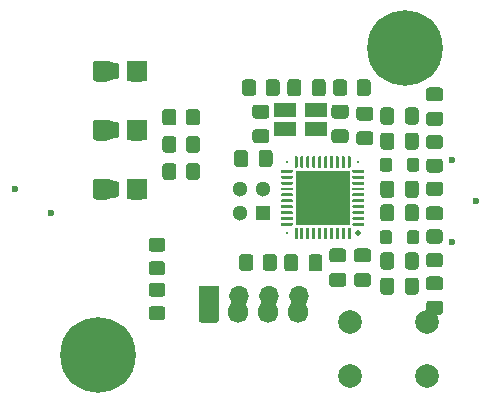
<source format=gbr>
%TF.GenerationSoftware,KiCad,Pcbnew,(5.1.9-0-10_14)*%
%TF.CreationDate,2021-04-20T15:14:01+01:00*%
%TF.ProjectId,PN532,504e3533-322e-46b6-9963-61645f706362,rev?*%
%TF.SameCoordinates,Original*%
%TF.FileFunction,Soldermask,Top*%
%TF.FilePolarity,Negative*%
%FSLAX46Y46*%
G04 Gerber Fmt 4.6, Leading zero omitted, Abs format (unit mm)*
G04 Created by KiCad (PCBNEW (5.1.9-0-10_14)) date 2021-04-20 15:14:01*
%MOMM*%
%LPD*%
G01*
G04 APERTURE LIST*
%ADD10C,0.600000*%
%ADD11C,1.000000*%
%ADD12C,0.500000*%
%ADD13R,0.200000X0.200000*%
%ADD14R,4.600000X4.600000*%
%ADD15O,1.700000X1.700000*%
%ADD16R,1.700000X1.700000*%
%ADD17O,1.700000X1.850000*%
%ADD18C,1.300000*%
%ADD19R,1.300000X1.300000*%
%ADD20C,2.000000*%
%ADD21C,1.800000*%
%ADD22R,1.800000X1.800000*%
%ADD23C,0.800000*%
%ADD24C,6.400000*%
%ADD25R,1.900000X1.150000*%
G04 APERTURE END LIST*
%TO.C,C14*%
G36*
G01*
X129925000Y-85087500D02*
X130875000Y-85087500D01*
G75*
G02*
X131125000Y-85337500I0J-250000D01*
G01*
X131125000Y-86012500D01*
G75*
G02*
X130875000Y-86262500I-250000J0D01*
G01*
X129925000Y-86262500D01*
G75*
G02*
X129675000Y-86012500I0J250000D01*
G01*
X129675000Y-85337500D01*
G75*
G02*
X129925000Y-85087500I250000J0D01*
G01*
G37*
G36*
G01*
X129925000Y-83012500D02*
X130875000Y-83012500D01*
G75*
G02*
X131125000Y-83262500I0J-250000D01*
G01*
X131125000Y-83937500D01*
G75*
G02*
X130875000Y-84187500I-250000J0D01*
G01*
X129925000Y-84187500D01*
G75*
G02*
X129675000Y-83937500I0J250000D01*
G01*
X129675000Y-83262500D01*
G75*
G02*
X129925000Y-83012500I250000J0D01*
G01*
G37*
%TD*%
D10*
%TO.C,A1*%
X101000000Y-78000000D03*
X104000000Y-80000000D03*
X138000000Y-75500000D03*
X138000000Y-82500000D03*
X140000000Y-79000000D03*
%TD*%
%TO.C,C17*%
G36*
G01*
X120712500Y-74925000D02*
X120712500Y-75875000D01*
G75*
G02*
X120462500Y-76125000I-250000J0D01*
G01*
X119787500Y-76125000D01*
G75*
G02*
X119537500Y-75875000I0J250000D01*
G01*
X119537500Y-74925000D01*
G75*
G02*
X119787500Y-74675000I250000J0D01*
G01*
X120462500Y-74675000D01*
G75*
G02*
X120712500Y-74925000I0J-250000D01*
G01*
G37*
G36*
G01*
X122787500Y-74925000D02*
X122787500Y-75875000D01*
G75*
G02*
X122537500Y-76125000I-250000J0D01*
G01*
X121862500Y-76125000D01*
G75*
G02*
X121612500Y-75875000I0J250000D01*
G01*
X121612500Y-74925000D01*
G75*
G02*
X121862500Y-74675000I250000J0D01*
G01*
X122537500Y-74675000D01*
G75*
G02*
X122787500Y-74925000I0J-250000D01*
G01*
G37*
%TD*%
%TO.C,C16*%
G36*
G01*
X122275000Y-72012500D02*
X121325000Y-72012500D01*
G75*
G02*
X121075000Y-71762500I0J250000D01*
G01*
X121075000Y-71087500D01*
G75*
G02*
X121325000Y-70837500I250000J0D01*
G01*
X122275000Y-70837500D01*
G75*
G02*
X122525000Y-71087500I0J-250000D01*
G01*
X122525000Y-71762500D01*
G75*
G02*
X122275000Y-72012500I-250000J0D01*
G01*
G37*
G36*
G01*
X122275000Y-74087500D02*
X121325000Y-74087500D01*
G75*
G02*
X121075000Y-73837500I0J250000D01*
G01*
X121075000Y-73162500D01*
G75*
G02*
X121325000Y-72912500I250000J0D01*
G01*
X122275000Y-72912500D01*
G75*
G02*
X122525000Y-73162500I0J-250000D01*
G01*
X122525000Y-73837500D01*
G75*
G02*
X122275000Y-74087500I-250000J0D01*
G01*
G37*
%TD*%
%TO.C,C15*%
G36*
G01*
X128025000Y-72912500D02*
X128975000Y-72912500D01*
G75*
G02*
X129225000Y-73162500I0J-250000D01*
G01*
X129225000Y-73837500D01*
G75*
G02*
X128975000Y-74087500I-250000J0D01*
G01*
X128025000Y-74087500D01*
G75*
G02*
X127775000Y-73837500I0J250000D01*
G01*
X127775000Y-73162500D01*
G75*
G02*
X128025000Y-72912500I250000J0D01*
G01*
G37*
G36*
G01*
X128025000Y-70837500D02*
X128975000Y-70837500D01*
G75*
G02*
X129225000Y-71087500I0J-250000D01*
G01*
X129225000Y-71762500D01*
G75*
G02*
X128975000Y-72012500I-250000J0D01*
G01*
X128025000Y-72012500D01*
G75*
G02*
X127775000Y-71762500I0J250000D01*
G01*
X127775000Y-71087500D01*
G75*
G02*
X128025000Y-70837500I250000J0D01*
G01*
G37*
%TD*%
%TO.C,C13*%
G36*
G01*
X124937500Y-83750000D02*
X124937500Y-84700000D01*
G75*
G02*
X124687500Y-84950000I-250000J0D01*
G01*
X124012500Y-84950000D01*
G75*
G02*
X123762500Y-84700000I0J250000D01*
G01*
X123762500Y-83750000D01*
G75*
G02*
X124012500Y-83500000I250000J0D01*
G01*
X124687500Y-83500000D01*
G75*
G02*
X124937500Y-83750000I0J-250000D01*
G01*
G37*
G36*
G01*
X127012500Y-83750000D02*
X127012500Y-84700000D01*
G75*
G02*
X126762500Y-84950000I-250000J0D01*
G01*
X126087500Y-84950000D01*
G75*
G02*
X125837500Y-84700000I0J250000D01*
G01*
X125837500Y-83750000D01*
G75*
G02*
X126087500Y-83500000I250000J0D01*
G01*
X126762500Y-83500000D01*
G75*
G02*
X127012500Y-83750000I0J-250000D01*
G01*
G37*
%TD*%
%TO.C,C12*%
G36*
G01*
X127825000Y-85087500D02*
X128775000Y-85087500D01*
G75*
G02*
X129025000Y-85337500I0J-250000D01*
G01*
X129025000Y-86012500D01*
G75*
G02*
X128775000Y-86262500I-250000J0D01*
G01*
X127825000Y-86262500D01*
G75*
G02*
X127575000Y-86012500I0J250000D01*
G01*
X127575000Y-85337500D01*
G75*
G02*
X127825000Y-85087500I250000J0D01*
G01*
G37*
G36*
G01*
X127825000Y-83012500D02*
X128775000Y-83012500D01*
G75*
G02*
X129025000Y-83262500I0J-250000D01*
G01*
X129025000Y-83937500D01*
G75*
G02*
X128775000Y-84187500I-250000J0D01*
G01*
X127825000Y-84187500D01*
G75*
G02*
X127575000Y-83937500I0J250000D01*
G01*
X127575000Y-83262500D01*
G75*
G02*
X127825000Y-83012500I250000J0D01*
G01*
G37*
%TD*%
%TO.C,C11*%
G36*
G01*
X136025000Y-79450000D02*
X136975000Y-79450000D01*
G75*
G02*
X137225000Y-79700000I0J-250000D01*
G01*
X137225000Y-80375000D01*
G75*
G02*
X136975000Y-80625000I-250000J0D01*
G01*
X136025000Y-80625000D01*
G75*
G02*
X135775000Y-80375000I0J250000D01*
G01*
X135775000Y-79700000D01*
G75*
G02*
X136025000Y-79450000I250000J0D01*
G01*
G37*
G36*
G01*
X136025000Y-77375000D02*
X136975000Y-77375000D01*
G75*
G02*
X137225000Y-77625000I0J-250000D01*
G01*
X137225000Y-78300000D01*
G75*
G02*
X136975000Y-78550000I-250000J0D01*
G01*
X136025000Y-78550000D01*
G75*
G02*
X135775000Y-78300000I0J250000D01*
G01*
X135775000Y-77625000D01*
G75*
G02*
X136025000Y-77375000I250000J0D01*
G01*
G37*
%TD*%
%TO.C,C10*%
G36*
G01*
X131075000Y-72187500D02*
X130125000Y-72187500D01*
G75*
G02*
X129875000Y-71937500I0J250000D01*
G01*
X129875000Y-71262500D01*
G75*
G02*
X130125000Y-71012500I250000J0D01*
G01*
X131075000Y-71012500D01*
G75*
G02*
X131325000Y-71262500I0J-250000D01*
G01*
X131325000Y-71937500D01*
G75*
G02*
X131075000Y-72187500I-250000J0D01*
G01*
G37*
G36*
G01*
X131075000Y-74262500D02*
X130125000Y-74262500D01*
G75*
G02*
X129875000Y-74012500I0J250000D01*
G01*
X129875000Y-73337500D01*
G75*
G02*
X130125000Y-73087500I250000J0D01*
G01*
X131075000Y-73087500D01*
G75*
G02*
X131325000Y-73337500I0J-250000D01*
G01*
X131325000Y-74012500D01*
G75*
G02*
X131075000Y-74262500I-250000J0D01*
G01*
G37*
%TD*%
%TO.C,C9*%
G36*
G01*
X133987500Y-78475000D02*
X133987500Y-77525000D01*
G75*
G02*
X134237500Y-77275000I250000J0D01*
G01*
X134912500Y-77275000D01*
G75*
G02*
X135162500Y-77525000I0J-250000D01*
G01*
X135162500Y-78475000D01*
G75*
G02*
X134912500Y-78725000I-250000J0D01*
G01*
X134237500Y-78725000D01*
G75*
G02*
X133987500Y-78475000I0J250000D01*
G01*
G37*
G36*
G01*
X131912500Y-78475000D02*
X131912500Y-77525000D01*
G75*
G02*
X132162500Y-77275000I250000J0D01*
G01*
X132837500Y-77275000D01*
G75*
G02*
X133087500Y-77525000I0J-250000D01*
G01*
X133087500Y-78475000D01*
G75*
G02*
X132837500Y-78725000I-250000J0D01*
G01*
X132162500Y-78725000D01*
G75*
G02*
X131912500Y-78475000I0J250000D01*
G01*
G37*
%TD*%
%TO.C,C8*%
G36*
G01*
X126112500Y-69875000D02*
X126112500Y-68925000D01*
G75*
G02*
X126362500Y-68675000I250000J0D01*
G01*
X127037500Y-68675000D01*
G75*
G02*
X127287500Y-68925000I0J-250000D01*
G01*
X127287500Y-69875000D01*
G75*
G02*
X127037500Y-70125000I-250000J0D01*
G01*
X126362500Y-70125000D01*
G75*
G02*
X126112500Y-69875000I0J250000D01*
G01*
G37*
G36*
G01*
X124037500Y-69875000D02*
X124037500Y-68925000D01*
G75*
G02*
X124287500Y-68675000I250000J0D01*
G01*
X124962500Y-68675000D01*
G75*
G02*
X125212500Y-68925000I0J-250000D01*
G01*
X125212500Y-69875000D01*
G75*
G02*
X124962500Y-70125000I-250000J0D01*
G01*
X124287500Y-70125000D01*
G75*
G02*
X124037500Y-69875000I0J250000D01*
G01*
G37*
%TD*%
%TO.C,C7*%
G36*
G01*
X133987500Y-80475000D02*
X133987500Y-79525000D01*
G75*
G02*
X134237500Y-79275000I250000J0D01*
G01*
X134912500Y-79275000D01*
G75*
G02*
X135162500Y-79525000I0J-250000D01*
G01*
X135162500Y-80475000D01*
G75*
G02*
X134912500Y-80725000I-250000J0D01*
G01*
X134237500Y-80725000D01*
G75*
G02*
X133987500Y-80475000I0J250000D01*
G01*
G37*
G36*
G01*
X131912500Y-80475000D02*
X131912500Y-79525000D01*
G75*
G02*
X132162500Y-79275000I250000J0D01*
G01*
X132837500Y-79275000D01*
G75*
G02*
X133087500Y-79525000I0J-250000D01*
G01*
X133087500Y-80475000D01*
G75*
G02*
X132837500Y-80725000I-250000J0D01*
G01*
X132162500Y-80725000D01*
G75*
G02*
X131912500Y-80475000I0J250000D01*
G01*
G37*
%TD*%
%TO.C,C6*%
G36*
G01*
X133087500Y-71325000D02*
X133087500Y-72275000D01*
G75*
G02*
X132837500Y-72525000I-250000J0D01*
G01*
X132162500Y-72525000D01*
G75*
G02*
X131912500Y-72275000I0J250000D01*
G01*
X131912500Y-71325000D01*
G75*
G02*
X132162500Y-71075000I250000J0D01*
G01*
X132837500Y-71075000D01*
G75*
G02*
X133087500Y-71325000I0J-250000D01*
G01*
G37*
G36*
G01*
X135162500Y-71325000D02*
X135162500Y-72275000D01*
G75*
G02*
X134912500Y-72525000I-250000J0D01*
G01*
X134237500Y-72525000D01*
G75*
G02*
X133987500Y-72275000I0J250000D01*
G01*
X133987500Y-71325000D01*
G75*
G02*
X134237500Y-71075000I250000J0D01*
G01*
X134912500Y-71075000D01*
G75*
G02*
X135162500Y-71325000I0J-250000D01*
G01*
G37*
%TD*%
%TO.C,C5*%
G36*
G01*
X133087500Y-85725000D02*
X133087500Y-86675000D01*
G75*
G02*
X132837500Y-86925000I-250000J0D01*
G01*
X132162500Y-86925000D01*
G75*
G02*
X131912500Y-86675000I0J250000D01*
G01*
X131912500Y-85725000D01*
G75*
G02*
X132162500Y-85475000I250000J0D01*
G01*
X132837500Y-85475000D01*
G75*
G02*
X133087500Y-85725000I0J-250000D01*
G01*
G37*
G36*
G01*
X135162500Y-85725000D02*
X135162500Y-86675000D01*
G75*
G02*
X134912500Y-86925000I-250000J0D01*
G01*
X134237500Y-86925000D01*
G75*
G02*
X133987500Y-86675000I0J250000D01*
G01*
X133987500Y-85725000D01*
G75*
G02*
X134237500Y-85475000I250000J0D01*
G01*
X134912500Y-85475000D01*
G75*
G02*
X135162500Y-85725000I0J-250000D01*
G01*
G37*
%TD*%
%TO.C,C4*%
G36*
G01*
X133087500Y-73456428D02*
X133087500Y-74406428D01*
G75*
G02*
X132837500Y-74656428I-250000J0D01*
G01*
X132162500Y-74656428D01*
G75*
G02*
X131912500Y-74406428I0J250000D01*
G01*
X131912500Y-73456428D01*
G75*
G02*
X132162500Y-73206428I250000J0D01*
G01*
X132837500Y-73206428D01*
G75*
G02*
X133087500Y-73456428I0J-250000D01*
G01*
G37*
G36*
G01*
X135162500Y-73456428D02*
X135162500Y-74406428D01*
G75*
G02*
X134912500Y-74656428I-250000J0D01*
G01*
X134237500Y-74656428D01*
G75*
G02*
X133987500Y-74406428I0J250000D01*
G01*
X133987500Y-73456428D01*
G75*
G02*
X134237500Y-73206428I250000J0D01*
G01*
X134912500Y-73206428D01*
G75*
G02*
X135162500Y-73456428I0J-250000D01*
G01*
G37*
%TD*%
%TO.C,C3*%
G36*
G01*
X133987500Y-84543568D02*
X133987500Y-83593568D01*
G75*
G02*
X134237500Y-83343568I250000J0D01*
G01*
X134912500Y-83343568D01*
G75*
G02*
X135162500Y-83593568I0J-250000D01*
G01*
X135162500Y-84543568D01*
G75*
G02*
X134912500Y-84793568I-250000J0D01*
G01*
X134237500Y-84793568D01*
G75*
G02*
X133987500Y-84543568I0J250000D01*
G01*
G37*
G36*
G01*
X131912500Y-84543568D02*
X131912500Y-83593568D01*
G75*
G02*
X132162500Y-83343568I250000J0D01*
G01*
X132837500Y-83343568D01*
G75*
G02*
X133087500Y-83593568I0J-250000D01*
G01*
X133087500Y-84543568D01*
G75*
G02*
X132837500Y-84793568I-250000J0D01*
G01*
X132162500Y-84793568D01*
G75*
G02*
X131912500Y-84543568I0J250000D01*
G01*
G37*
%TD*%
%TO.C,L2*%
G36*
G01*
X132912500Y-75582855D02*
X132912500Y-76282857D01*
G75*
G02*
X132662501Y-76532856I-249999J0D01*
G01*
X132112499Y-76532856D01*
G75*
G02*
X131862500Y-76282857I0J249999D01*
G01*
X131862500Y-75582855D01*
G75*
G02*
X132112499Y-75332856I249999J0D01*
G01*
X132662501Y-75332856D01*
G75*
G02*
X132912500Y-75582855I0J-249999D01*
G01*
G37*
G36*
G01*
X135212500Y-75582855D02*
X135212500Y-76282857D01*
G75*
G02*
X134962501Y-76532856I-249999J0D01*
G01*
X134412499Y-76532856D01*
G75*
G02*
X134162500Y-76282857I0J249999D01*
G01*
X134162500Y-75582855D01*
G75*
G02*
X134412499Y-75332856I249999J0D01*
G01*
X134962501Y-75332856D01*
G75*
G02*
X135212500Y-75582855I0J-249999D01*
G01*
G37*
%TD*%
%TO.C,L1*%
G36*
G01*
X134162500Y-82417141D02*
X134162500Y-81717139D01*
G75*
G02*
X134412499Y-81467140I249999J0D01*
G01*
X134962501Y-81467140D01*
G75*
G02*
X135212500Y-81717139I0J-249999D01*
G01*
X135212500Y-82417141D01*
G75*
G02*
X134962501Y-82667140I-249999J0D01*
G01*
X134412499Y-82667140D01*
G75*
G02*
X134162500Y-82417141I0J249999D01*
G01*
G37*
G36*
G01*
X131862500Y-82417141D02*
X131862500Y-81717139D01*
G75*
G02*
X132112499Y-81467140I249999J0D01*
G01*
X132662501Y-81467140D01*
G75*
G02*
X132912500Y-81717139I0J-249999D01*
G01*
X132912500Y-82417141D01*
G75*
G02*
X132662501Y-82667140I-249999J0D01*
G01*
X132112499Y-82667140D01*
G75*
G02*
X131862500Y-82417141I0J249999D01*
G01*
G37*
%TD*%
%TO.C,C2*%
G36*
G01*
X136025000Y-71450000D02*
X136975000Y-71450000D01*
G75*
G02*
X137225000Y-71700000I0J-250000D01*
G01*
X137225000Y-72375000D01*
G75*
G02*
X136975000Y-72625000I-250000J0D01*
G01*
X136025000Y-72625000D01*
G75*
G02*
X135775000Y-72375000I0J250000D01*
G01*
X135775000Y-71700000D01*
G75*
G02*
X136025000Y-71450000I250000J0D01*
G01*
G37*
G36*
G01*
X136025000Y-69375000D02*
X136975000Y-69375000D01*
G75*
G02*
X137225000Y-69625000I0J-250000D01*
G01*
X137225000Y-70300000D01*
G75*
G02*
X136975000Y-70550000I-250000J0D01*
G01*
X136025000Y-70550000D01*
G75*
G02*
X135775000Y-70300000I0J250000D01*
G01*
X135775000Y-69625000D01*
G75*
G02*
X136025000Y-69375000I250000J0D01*
G01*
G37*
%TD*%
%TO.C,C1*%
G36*
G01*
X136025000Y-87450000D02*
X136975000Y-87450000D01*
G75*
G02*
X137225000Y-87700000I0J-250000D01*
G01*
X137225000Y-88375000D01*
G75*
G02*
X136975000Y-88625000I-250000J0D01*
G01*
X136025000Y-88625000D01*
G75*
G02*
X135775000Y-88375000I0J250000D01*
G01*
X135775000Y-87700000D01*
G75*
G02*
X136025000Y-87450000I250000J0D01*
G01*
G37*
G36*
G01*
X136025000Y-85375000D02*
X136975000Y-85375000D01*
G75*
G02*
X137225000Y-85625000I0J-250000D01*
G01*
X137225000Y-86300000D01*
G75*
G02*
X136975000Y-86550000I-250000J0D01*
G01*
X136025000Y-86550000D01*
G75*
G02*
X135775000Y-86300000I0J250000D01*
G01*
X135775000Y-85625000D01*
G75*
G02*
X136025000Y-85375000I250000J0D01*
G01*
G37*
%TD*%
%TO.C,R10*%
G36*
G01*
X121150000Y-83749999D02*
X121150000Y-84650001D01*
G75*
G02*
X120900001Y-84900000I-249999J0D01*
G01*
X120199999Y-84900000D01*
G75*
G02*
X119950000Y-84650001I0J249999D01*
G01*
X119950000Y-83749999D01*
G75*
G02*
X120199999Y-83500000I249999J0D01*
G01*
X120900001Y-83500000D01*
G75*
G02*
X121150000Y-83749999I0J-249999D01*
G01*
G37*
G36*
G01*
X123150000Y-83749999D02*
X123150000Y-84650001D01*
G75*
G02*
X122900001Y-84900000I-249999J0D01*
G01*
X122199999Y-84900000D01*
G75*
G02*
X121950000Y-84650001I0J249999D01*
G01*
X121950000Y-83749999D01*
G75*
G02*
X122199999Y-83500000I249999J0D01*
G01*
X122900001Y-83500000D01*
G75*
G02*
X123150000Y-83749999I0J-249999D01*
G01*
G37*
%TD*%
%TO.C,R9*%
G36*
G01*
X114650000Y-76049999D02*
X114650000Y-76950001D01*
G75*
G02*
X114400001Y-77200000I-249999J0D01*
G01*
X113699999Y-77200000D01*
G75*
G02*
X113450000Y-76950001I0J249999D01*
G01*
X113450000Y-76049999D01*
G75*
G02*
X113699999Y-75800000I249999J0D01*
G01*
X114400001Y-75800000D01*
G75*
G02*
X114650000Y-76049999I0J-249999D01*
G01*
G37*
G36*
G01*
X116650000Y-76049999D02*
X116650000Y-76950001D01*
G75*
G02*
X116400001Y-77200000I-249999J0D01*
G01*
X115699999Y-77200000D01*
G75*
G02*
X115450000Y-76950001I0J249999D01*
G01*
X115450000Y-76049999D01*
G75*
G02*
X115699999Y-75800000I249999J0D01*
G01*
X116400001Y-75800000D01*
G75*
G02*
X116650000Y-76049999I0J-249999D01*
G01*
G37*
%TD*%
%TO.C,R8*%
G36*
G01*
X114650000Y-73749999D02*
X114650000Y-74650001D01*
G75*
G02*
X114400001Y-74900000I-249999J0D01*
G01*
X113699999Y-74900000D01*
G75*
G02*
X113450000Y-74650001I0J249999D01*
G01*
X113450000Y-73749999D01*
G75*
G02*
X113699999Y-73500000I249999J0D01*
G01*
X114400001Y-73500000D01*
G75*
G02*
X114650000Y-73749999I0J-249999D01*
G01*
G37*
G36*
G01*
X116650000Y-73749999D02*
X116650000Y-74650001D01*
G75*
G02*
X116400001Y-74900000I-249999J0D01*
G01*
X115699999Y-74900000D01*
G75*
G02*
X115450000Y-74650001I0J249999D01*
G01*
X115450000Y-73749999D01*
G75*
G02*
X115699999Y-73500000I249999J0D01*
G01*
X116400001Y-73500000D01*
G75*
G02*
X116650000Y-73749999I0J-249999D01*
G01*
G37*
%TD*%
%TO.C,R7*%
G36*
G01*
X114650000Y-71449999D02*
X114650000Y-72350001D01*
G75*
G02*
X114400001Y-72600000I-249999J0D01*
G01*
X113699999Y-72600000D01*
G75*
G02*
X113450000Y-72350001I0J249999D01*
G01*
X113450000Y-71449999D01*
G75*
G02*
X113699999Y-71200000I249999J0D01*
G01*
X114400001Y-71200000D01*
G75*
G02*
X114650000Y-71449999I0J-249999D01*
G01*
G37*
G36*
G01*
X116650000Y-71449999D02*
X116650000Y-72350001D01*
G75*
G02*
X116400001Y-72600000I-249999J0D01*
G01*
X115699999Y-72600000D01*
G75*
G02*
X115450000Y-72350001I0J249999D01*
G01*
X115450000Y-71449999D01*
G75*
G02*
X115699999Y-71200000I249999J0D01*
G01*
X116400001Y-71200000D01*
G75*
G02*
X116650000Y-71449999I0J-249999D01*
G01*
G37*
%TD*%
%TO.C,R6*%
G36*
G01*
X112549999Y-84100000D02*
X113450001Y-84100000D01*
G75*
G02*
X113700000Y-84349999I0J-249999D01*
G01*
X113700000Y-85050001D01*
G75*
G02*
X113450001Y-85300000I-249999J0D01*
G01*
X112549999Y-85300000D01*
G75*
G02*
X112300000Y-85050001I0J249999D01*
G01*
X112300000Y-84349999D01*
G75*
G02*
X112549999Y-84100000I249999J0D01*
G01*
G37*
G36*
G01*
X112549999Y-82100000D02*
X113450001Y-82100000D01*
G75*
G02*
X113700000Y-82349999I0J-249999D01*
G01*
X113700000Y-83050001D01*
G75*
G02*
X113450001Y-83300000I-249999J0D01*
G01*
X112549999Y-83300000D01*
G75*
G02*
X112300000Y-83050001I0J249999D01*
G01*
X112300000Y-82349999D01*
G75*
G02*
X112549999Y-82100000I249999J0D01*
G01*
G37*
%TD*%
%TO.C,R5*%
G36*
G01*
X112549999Y-87900000D02*
X113450001Y-87900000D01*
G75*
G02*
X113700000Y-88149999I0J-249999D01*
G01*
X113700000Y-88850001D01*
G75*
G02*
X113450001Y-89100000I-249999J0D01*
G01*
X112549999Y-89100000D01*
G75*
G02*
X112300000Y-88850001I0J249999D01*
G01*
X112300000Y-88149999D01*
G75*
G02*
X112549999Y-87900000I249999J0D01*
G01*
G37*
G36*
G01*
X112549999Y-85900000D02*
X113450001Y-85900000D01*
G75*
G02*
X113700000Y-86149999I0J-249999D01*
G01*
X113700000Y-86850001D01*
G75*
G02*
X113450001Y-87100000I-249999J0D01*
G01*
X112549999Y-87100000D01*
G75*
G02*
X112300000Y-86850001I0J249999D01*
G01*
X112300000Y-86149999D01*
G75*
G02*
X112549999Y-85900000I249999J0D01*
G01*
G37*
%TD*%
%TO.C,R4*%
G36*
G01*
X121400000Y-68949999D02*
X121400000Y-69850001D01*
G75*
G02*
X121150001Y-70100000I-249999J0D01*
G01*
X120449999Y-70100000D01*
G75*
G02*
X120200000Y-69850001I0J249999D01*
G01*
X120200000Y-68949999D01*
G75*
G02*
X120449999Y-68700000I249999J0D01*
G01*
X121150001Y-68700000D01*
G75*
G02*
X121400000Y-68949999I0J-249999D01*
G01*
G37*
G36*
G01*
X123400000Y-68949999D02*
X123400000Y-69850001D01*
G75*
G02*
X123150001Y-70100000I-249999J0D01*
G01*
X122449999Y-70100000D01*
G75*
G02*
X122200000Y-69850001I0J249999D01*
G01*
X122200000Y-68949999D01*
G75*
G02*
X122449999Y-68700000I249999J0D01*
G01*
X123150001Y-68700000D01*
G75*
G02*
X123400000Y-68949999I0J-249999D01*
G01*
G37*
%TD*%
%TO.C,R3*%
G36*
G01*
X129900000Y-69850001D02*
X129900000Y-68949999D01*
G75*
G02*
X130149999Y-68700000I249999J0D01*
G01*
X130850001Y-68700000D01*
G75*
G02*
X131100000Y-68949999I0J-249999D01*
G01*
X131100000Y-69850001D01*
G75*
G02*
X130850001Y-70100000I-249999J0D01*
G01*
X130149999Y-70100000D01*
G75*
G02*
X129900000Y-69850001I0J249999D01*
G01*
G37*
G36*
G01*
X127900000Y-69850001D02*
X127900000Y-68949999D01*
G75*
G02*
X128149999Y-68700000I249999J0D01*
G01*
X128850001Y-68700000D01*
G75*
G02*
X129100000Y-68949999I0J-249999D01*
G01*
X129100000Y-69850001D01*
G75*
G02*
X128850001Y-70100000I-249999J0D01*
G01*
X128149999Y-70100000D01*
G75*
G02*
X127900000Y-69850001I0J249999D01*
G01*
G37*
%TD*%
%TO.C,R2*%
G36*
G01*
X136049999Y-75400000D02*
X136950001Y-75400000D01*
G75*
G02*
X137200000Y-75649999I0J-249999D01*
G01*
X137200000Y-76350001D01*
G75*
G02*
X136950001Y-76600000I-249999J0D01*
G01*
X136049999Y-76600000D01*
G75*
G02*
X135800000Y-76350001I0J249999D01*
G01*
X135800000Y-75649999D01*
G75*
G02*
X136049999Y-75400000I249999J0D01*
G01*
G37*
G36*
G01*
X136049999Y-73400000D02*
X136950001Y-73400000D01*
G75*
G02*
X137200000Y-73649999I0J-249999D01*
G01*
X137200000Y-74350001D01*
G75*
G02*
X136950001Y-74600000I-249999J0D01*
G01*
X136049999Y-74600000D01*
G75*
G02*
X135800000Y-74350001I0J249999D01*
G01*
X135800000Y-73649999D01*
G75*
G02*
X136049999Y-73400000I249999J0D01*
G01*
G37*
%TD*%
%TO.C,R1*%
G36*
G01*
X136950001Y-82600000D02*
X136049999Y-82600000D01*
G75*
G02*
X135800000Y-82350001I0J249999D01*
G01*
X135800000Y-81649999D01*
G75*
G02*
X136049999Y-81400000I249999J0D01*
G01*
X136950001Y-81400000D01*
G75*
G02*
X137200000Y-81649999I0J-249999D01*
G01*
X137200000Y-82350001D01*
G75*
G02*
X136950001Y-82600000I-249999J0D01*
G01*
G37*
G36*
G01*
X136950001Y-84600000D02*
X136049999Y-84600000D01*
G75*
G02*
X135800000Y-84350001I0J249999D01*
G01*
X135800000Y-83649999D01*
G75*
G02*
X136049999Y-83400000I249999J0D01*
G01*
X136950001Y-83400000D01*
G75*
G02*
X137200000Y-83649999I0J-249999D01*
G01*
X137200000Y-84350001D01*
G75*
G02*
X136950001Y-84600000I-249999J0D01*
G01*
G37*
%TD*%
D11*
%TO.C,U1*%
X127025000Y-78725000D03*
X128525000Y-77225000D03*
X125525000Y-77225000D03*
X125525000Y-80225000D03*
X128525000Y-80225000D03*
D12*
X130025000Y-81725000D03*
D13*
X130025000Y-81725000D03*
X124025000Y-81725000D03*
X124025000Y-75725000D03*
X130025000Y-75725000D03*
D14*
X127025000Y-78725000D03*
G36*
G01*
X129400000Y-81312500D02*
X129400000Y-82187500D01*
G75*
G02*
X129337500Y-82250000I-62500J0D01*
G01*
X129212500Y-82250000D01*
G75*
G02*
X129150000Y-82187500I0J62500D01*
G01*
X129150000Y-81312500D01*
G75*
G02*
X129212500Y-81250000I62500J0D01*
G01*
X129337500Y-81250000D01*
G75*
G02*
X129400000Y-81312500I0J-62500D01*
G01*
G37*
G36*
G01*
X128900000Y-81312500D02*
X128900000Y-82187500D01*
G75*
G02*
X128837500Y-82250000I-62500J0D01*
G01*
X128712500Y-82250000D01*
G75*
G02*
X128650000Y-82187500I0J62500D01*
G01*
X128650000Y-81312500D01*
G75*
G02*
X128712500Y-81250000I62500J0D01*
G01*
X128837500Y-81250000D01*
G75*
G02*
X128900000Y-81312500I0J-62500D01*
G01*
G37*
G36*
G01*
X128400000Y-81312500D02*
X128400000Y-82187500D01*
G75*
G02*
X128337500Y-82250000I-62500J0D01*
G01*
X128212500Y-82250000D01*
G75*
G02*
X128150000Y-82187500I0J62500D01*
G01*
X128150000Y-81312500D01*
G75*
G02*
X128212500Y-81250000I62500J0D01*
G01*
X128337500Y-81250000D01*
G75*
G02*
X128400000Y-81312500I0J-62500D01*
G01*
G37*
G36*
G01*
X127900000Y-81312500D02*
X127900000Y-82187500D01*
G75*
G02*
X127837500Y-82250000I-62500J0D01*
G01*
X127712500Y-82250000D01*
G75*
G02*
X127650000Y-82187500I0J62500D01*
G01*
X127650000Y-81312500D01*
G75*
G02*
X127712500Y-81250000I62500J0D01*
G01*
X127837500Y-81250000D01*
G75*
G02*
X127900000Y-81312500I0J-62500D01*
G01*
G37*
G36*
G01*
X127400000Y-81312500D02*
X127400000Y-82187500D01*
G75*
G02*
X127337500Y-82250000I-62500J0D01*
G01*
X127212500Y-82250000D01*
G75*
G02*
X127150000Y-82187500I0J62500D01*
G01*
X127150000Y-81312500D01*
G75*
G02*
X127212500Y-81250000I62500J0D01*
G01*
X127337500Y-81250000D01*
G75*
G02*
X127400000Y-81312500I0J-62500D01*
G01*
G37*
G36*
G01*
X126900000Y-81312500D02*
X126900000Y-82187500D01*
G75*
G02*
X126837500Y-82250000I-62500J0D01*
G01*
X126712500Y-82250000D01*
G75*
G02*
X126650000Y-82187500I0J62500D01*
G01*
X126650000Y-81312500D01*
G75*
G02*
X126712500Y-81250000I62500J0D01*
G01*
X126837500Y-81250000D01*
G75*
G02*
X126900000Y-81312500I0J-62500D01*
G01*
G37*
G36*
G01*
X126400000Y-81312500D02*
X126400000Y-82187500D01*
G75*
G02*
X126337500Y-82250000I-62500J0D01*
G01*
X126212500Y-82250000D01*
G75*
G02*
X126150000Y-82187500I0J62500D01*
G01*
X126150000Y-81312500D01*
G75*
G02*
X126212500Y-81250000I62500J0D01*
G01*
X126337500Y-81250000D01*
G75*
G02*
X126400000Y-81312500I0J-62500D01*
G01*
G37*
G36*
G01*
X125900000Y-81312500D02*
X125900000Y-82187500D01*
G75*
G02*
X125837500Y-82250000I-62500J0D01*
G01*
X125712500Y-82250000D01*
G75*
G02*
X125650000Y-82187500I0J62500D01*
G01*
X125650000Y-81312500D01*
G75*
G02*
X125712500Y-81250000I62500J0D01*
G01*
X125837500Y-81250000D01*
G75*
G02*
X125900000Y-81312500I0J-62500D01*
G01*
G37*
G36*
G01*
X125400000Y-81312500D02*
X125400000Y-82187500D01*
G75*
G02*
X125337500Y-82250000I-62500J0D01*
G01*
X125212500Y-82250000D01*
G75*
G02*
X125150000Y-82187500I0J62500D01*
G01*
X125150000Y-81312500D01*
G75*
G02*
X125212500Y-81250000I62500J0D01*
G01*
X125337500Y-81250000D01*
G75*
G02*
X125400000Y-81312500I0J-62500D01*
G01*
G37*
G36*
G01*
X124900000Y-81312500D02*
X124900000Y-82187500D01*
G75*
G02*
X124837500Y-82250000I-62500J0D01*
G01*
X124712500Y-82250000D01*
G75*
G02*
X124650000Y-82187500I0J62500D01*
G01*
X124650000Y-81312500D01*
G75*
G02*
X124712500Y-81250000I62500J0D01*
G01*
X124837500Y-81250000D01*
G75*
G02*
X124900000Y-81312500I0J-62500D01*
G01*
G37*
G36*
G01*
X124500000Y-80912500D02*
X124500000Y-81037500D01*
G75*
G02*
X124437500Y-81100000I-62500J0D01*
G01*
X123562500Y-81100000D01*
G75*
G02*
X123500000Y-81037500I0J62500D01*
G01*
X123500000Y-80912500D01*
G75*
G02*
X123562500Y-80850000I62500J0D01*
G01*
X124437500Y-80850000D01*
G75*
G02*
X124500000Y-80912500I0J-62500D01*
G01*
G37*
G36*
G01*
X124500000Y-80412500D02*
X124500000Y-80537500D01*
G75*
G02*
X124437500Y-80600000I-62500J0D01*
G01*
X123562500Y-80600000D01*
G75*
G02*
X123500000Y-80537500I0J62500D01*
G01*
X123500000Y-80412500D01*
G75*
G02*
X123562500Y-80350000I62500J0D01*
G01*
X124437500Y-80350000D01*
G75*
G02*
X124500000Y-80412500I0J-62500D01*
G01*
G37*
G36*
G01*
X124500000Y-79912500D02*
X124500000Y-80037500D01*
G75*
G02*
X124437500Y-80100000I-62500J0D01*
G01*
X123562500Y-80100000D01*
G75*
G02*
X123500000Y-80037500I0J62500D01*
G01*
X123500000Y-79912500D01*
G75*
G02*
X123562500Y-79850000I62500J0D01*
G01*
X124437500Y-79850000D01*
G75*
G02*
X124500000Y-79912500I0J-62500D01*
G01*
G37*
G36*
G01*
X124500000Y-79412500D02*
X124500000Y-79537500D01*
G75*
G02*
X124437500Y-79600000I-62500J0D01*
G01*
X123562500Y-79600000D01*
G75*
G02*
X123500000Y-79537500I0J62500D01*
G01*
X123500000Y-79412500D01*
G75*
G02*
X123562500Y-79350000I62500J0D01*
G01*
X124437500Y-79350000D01*
G75*
G02*
X124500000Y-79412500I0J-62500D01*
G01*
G37*
G36*
G01*
X124500000Y-78912500D02*
X124500000Y-79037500D01*
G75*
G02*
X124437500Y-79100000I-62500J0D01*
G01*
X123562500Y-79100000D01*
G75*
G02*
X123500000Y-79037500I0J62500D01*
G01*
X123500000Y-78912500D01*
G75*
G02*
X123562500Y-78850000I62500J0D01*
G01*
X124437500Y-78850000D01*
G75*
G02*
X124500000Y-78912500I0J-62500D01*
G01*
G37*
G36*
G01*
X124500000Y-78412500D02*
X124500000Y-78537500D01*
G75*
G02*
X124437500Y-78600000I-62500J0D01*
G01*
X123562500Y-78600000D01*
G75*
G02*
X123500000Y-78537500I0J62500D01*
G01*
X123500000Y-78412500D01*
G75*
G02*
X123562500Y-78350000I62500J0D01*
G01*
X124437500Y-78350000D01*
G75*
G02*
X124500000Y-78412500I0J-62500D01*
G01*
G37*
G36*
G01*
X124500000Y-77912500D02*
X124500000Y-78037500D01*
G75*
G02*
X124437500Y-78100000I-62500J0D01*
G01*
X123562500Y-78100000D01*
G75*
G02*
X123500000Y-78037500I0J62500D01*
G01*
X123500000Y-77912500D01*
G75*
G02*
X123562500Y-77850000I62500J0D01*
G01*
X124437500Y-77850000D01*
G75*
G02*
X124500000Y-77912500I0J-62500D01*
G01*
G37*
G36*
G01*
X124500000Y-77412500D02*
X124500000Y-77537500D01*
G75*
G02*
X124437500Y-77600000I-62500J0D01*
G01*
X123562500Y-77600000D01*
G75*
G02*
X123500000Y-77537500I0J62500D01*
G01*
X123500000Y-77412500D01*
G75*
G02*
X123562500Y-77350000I62500J0D01*
G01*
X124437500Y-77350000D01*
G75*
G02*
X124500000Y-77412500I0J-62500D01*
G01*
G37*
G36*
G01*
X124500000Y-76912500D02*
X124500000Y-77037500D01*
G75*
G02*
X124437500Y-77100000I-62500J0D01*
G01*
X123562500Y-77100000D01*
G75*
G02*
X123500000Y-77037500I0J62500D01*
G01*
X123500000Y-76912500D01*
G75*
G02*
X123562500Y-76850000I62500J0D01*
G01*
X124437500Y-76850000D01*
G75*
G02*
X124500000Y-76912500I0J-62500D01*
G01*
G37*
G36*
G01*
X124500000Y-76412500D02*
X124500000Y-76537500D01*
G75*
G02*
X124437500Y-76600000I-62500J0D01*
G01*
X123562500Y-76600000D01*
G75*
G02*
X123500000Y-76537500I0J62500D01*
G01*
X123500000Y-76412500D01*
G75*
G02*
X123562500Y-76350000I62500J0D01*
G01*
X124437500Y-76350000D01*
G75*
G02*
X124500000Y-76412500I0J-62500D01*
G01*
G37*
G36*
G01*
X124900000Y-75262500D02*
X124900000Y-76137500D01*
G75*
G02*
X124837500Y-76200000I-62500J0D01*
G01*
X124712500Y-76200000D01*
G75*
G02*
X124650000Y-76137500I0J62500D01*
G01*
X124650000Y-75262500D01*
G75*
G02*
X124712500Y-75200000I62500J0D01*
G01*
X124837500Y-75200000D01*
G75*
G02*
X124900000Y-75262500I0J-62500D01*
G01*
G37*
G36*
G01*
X125400000Y-75262500D02*
X125400000Y-76137500D01*
G75*
G02*
X125337500Y-76200000I-62500J0D01*
G01*
X125212500Y-76200000D01*
G75*
G02*
X125150000Y-76137500I0J62500D01*
G01*
X125150000Y-75262500D01*
G75*
G02*
X125212500Y-75200000I62500J0D01*
G01*
X125337500Y-75200000D01*
G75*
G02*
X125400000Y-75262500I0J-62500D01*
G01*
G37*
G36*
G01*
X125900000Y-75262500D02*
X125900000Y-76137500D01*
G75*
G02*
X125837500Y-76200000I-62500J0D01*
G01*
X125712500Y-76200000D01*
G75*
G02*
X125650000Y-76137500I0J62500D01*
G01*
X125650000Y-75262500D01*
G75*
G02*
X125712500Y-75200000I62500J0D01*
G01*
X125837500Y-75200000D01*
G75*
G02*
X125900000Y-75262500I0J-62500D01*
G01*
G37*
G36*
G01*
X126400000Y-75262500D02*
X126400000Y-76137500D01*
G75*
G02*
X126337500Y-76200000I-62500J0D01*
G01*
X126212500Y-76200000D01*
G75*
G02*
X126150000Y-76137500I0J62500D01*
G01*
X126150000Y-75262500D01*
G75*
G02*
X126212500Y-75200000I62500J0D01*
G01*
X126337500Y-75200000D01*
G75*
G02*
X126400000Y-75262500I0J-62500D01*
G01*
G37*
G36*
G01*
X126900000Y-75262500D02*
X126900000Y-76137500D01*
G75*
G02*
X126837500Y-76200000I-62500J0D01*
G01*
X126712500Y-76200000D01*
G75*
G02*
X126650000Y-76137500I0J62500D01*
G01*
X126650000Y-75262500D01*
G75*
G02*
X126712500Y-75200000I62500J0D01*
G01*
X126837500Y-75200000D01*
G75*
G02*
X126900000Y-75262500I0J-62500D01*
G01*
G37*
G36*
G01*
X127400000Y-75262500D02*
X127400000Y-76137500D01*
G75*
G02*
X127337500Y-76200000I-62500J0D01*
G01*
X127212500Y-76200000D01*
G75*
G02*
X127150000Y-76137500I0J62500D01*
G01*
X127150000Y-75262500D01*
G75*
G02*
X127212500Y-75200000I62500J0D01*
G01*
X127337500Y-75200000D01*
G75*
G02*
X127400000Y-75262500I0J-62500D01*
G01*
G37*
G36*
G01*
X127900000Y-75262500D02*
X127900000Y-76137500D01*
G75*
G02*
X127837500Y-76200000I-62500J0D01*
G01*
X127712500Y-76200000D01*
G75*
G02*
X127650000Y-76137500I0J62500D01*
G01*
X127650000Y-75262500D01*
G75*
G02*
X127712500Y-75200000I62500J0D01*
G01*
X127837500Y-75200000D01*
G75*
G02*
X127900000Y-75262500I0J-62500D01*
G01*
G37*
G36*
G01*
X128400000Y-75262500D02*
X128400000Y-76137500D01*
G75*
G02*
X128337500Y-76200000I-62500J0D01*
G01*
X128212500Y-76200000D01*
G75*
G02*
X128150000Y-76137500I0J62500D01*
G01*
X128150000Y-75262500D01*
G75*
G02*
X128212500Y-75200000I62500J0D01*
G01*
X128337500Y-75200000D01*
G75*
G02*
X128400000Y-75262500I0J-62500D01*
G01*
G37*
G36*
G01*
X128900000Y-75262500D02*
X128900000Y-76137500D01*
G75*
G02*
X128837500Y-76200000I-62500J0D01*
G01*
X128712500Y-76200000D01*
G75*
G02*
X128650000Y-76137500I0J62500D01*
G01*
X128650000Y-75262500D01*
G75*
G02*
X128712500Y-75200000I62500J0D01*
G01*
X128837500Y-75200000D01*
G75*
G02*
X128900000Y-75262500I0J-62500D01*
G01*
G37*
G36*
G01*
X129400000Y-75262500D02*
X129400000Y-76137500D01*
G75*
G02*
X129337500Y-76200000I-62500J0D01*
G01*
X129212500Y-76200000D01*
G75*
G02*
X129150000Y-76137500I0J62500D01*
G01*
X129150000Y-75262500D01*
G75*
G02*
X129212500Y-75200000I62500J0D01*
G01*
X129337500Y-75200000D01*
G75*
G02*
X129400000Y-75262500I0J-62500D01*
G01*
G37*
G36*
G01*
X130550000Y-76412500D02*
X130550000Y-76537500D01*
G75*
G02*
X130487500Y-76600000I-62500J0D01*
G01*
X129612500Y-76600000D01*
G75*
G02*
X129550000Y-76537500I0J62500D01*
G01*
X129550000Y-76412500D01*
G75*
G02*
X129612500Y-76350000I62500J0D01*
G01*
X130487500Y-76350000D01*
G75*
G02*
X130550000Y-76412500I0J-62500D01*
G01*
G37*
G36*
G01*
X130550000Y-76912500D02*
X130550000Y-77037500D01*
G75*
G02*
X130487500Y-77100000I-62500J0D01*
G01*
X129612500Y-77100000D01*
G75*
G02*
X129550000Y-77037500I0J62500D01*
G01*
X129550000Y-76912500D01*
G75*
G02*
X129612500Y-76850000I62500J0D01*
G01*
X130487500Y-76850000D01*
G75*
G02*
X130550000Y-76912500I0J-62500D01*
G01*
G37*
G36*
G01*
X130550000Y-77412500D02*
X130550000Y-77537500D01*
G75*
G02*
X130487500Y-77600000I-62500J0D01*
G01*
X129612500Y-77600000D01*
G75*
G02*
X129550000Y-77537500I0J62500D01*
G01*
X129550000Y-77412500D01*
G75*
G02*
X129612500Y-77350000I62500J0D01*
G01*
X130487500Y-77350000D01*
G75*
G02*
X130550000Y-77412500I0J-62500D01*
G01*
G37*
G36*
G01*
X130550000Y-77912500D02*
X130550000Y-78037500D01*
G75*
G02*
X130487500Y-78100000I-62500J0D01*
G01*
X129612500Y-78100000D01*
G75*
G02*
X129550000Y-78037500I0J62500D01*
G01*
X129550000Y-77912500D01*
G75*
G02*
X129612500Y-77850000I62500J0D01*
G01*
X130487500Y-77850000D01*
G75*
G02*
X130550000Y-77912500I0J-62500D01*
G01*
G37*
G36*
G01*
X130550000Y-78412500D02*
X130550000Y-78537500D01*
G75*
G02*
X130487500Y-78600000I-62500J0D01*
G01*
X129612500Y-78600000D01*
G75*
G02*
X129550000Y-78537500I0J62500D01*
G01*
X129550000Y-78412500D01*
G75*
G02*
X129612500Y-78350000I62500J0D01*
G01*
X130487500Y-78350000D01*
G75*
G02*
X130550000Y-78412500I0J-62500D01*
G01*
G37*
G36*
G01*
X130550000Y-78912500D02*
X130550000Y-79037500D01*
G75*
G02*
X130487500Y-79100000I-62500J0D01*
G01*
X129612500Y-79100000D01*
G75*
G02*
X129550000Y-79037500I0J62500D01*
G01*
X129550000Y-78912500D01*
G75*
G02*
X129612500Y-78850000I62500J0D01*
G01*
X130487500Y-78850000D01*
G75*
G02*
X130550000Y-78912500I0J-62500D01*
G01*
G37*
G36*
G01*
X130550000Y-79412500D02*
X130550000Y-79537500D01*
G75*
G02*
X130487500Y-79600000I-62500J0D01*
G01*
X129612500Y-79600000D01*
G75*
G02*
X129550000Y-79537500I0J62500D01*
G01*
X129550000Y-79412500D01*
G75*
G02*
X129612500Y-79350000I62500J0D01*
G01*
X130487500Y-79350000D01*
G75*
G02*
X130550000Y-79412500I0J-62500D01*
G01*
G37*
G36*
G01*
X130550000Y-79912500D02*
X130550000Y-80037500D01*
G75*
G02*
X130487500Y-80100000I-62500J0D01*
G01*
X129612500Y-80100000D01*
G75*
G02*
X129550000Y-80037500I0J62500D01*
G01*
X129550000Y-79912500D01*
G75*
G02*
X129612500Y-79850000I62500J0D01*
G01*
X130487500Y-79850000D01*
G75*
G02*
X130550000Y-79912500I0J-62500D01*
G01*
G37*
G36*
G01*
X130550000Y-80412500D02*
X130550000Y-80537500D01*
G75*
G02*
X130487500Y-80600000I-62500J0D01*
G01*
X129612500Y-80600000D01*
G75*
G02*
X129550000Y-80537500I0J62500D01*
G01*
X129550000Y-80412500D01*
G75*
G02*
X129612500Y-80350000I62500J0D01*
G01*
X130487500Y-80350000D01*
G75*
G02*
X130550000Y-80412500I0J-62500D01*
G01*
G37*
G36*
G01*
X130550000Y-80912500D02*
X130550000Y-81037500D01*
G75*
G02*
X130487500Y-81100000I-62500J0D01*
G01*
X129612500Y-81100000D01*
G75*
G02*
X129550000Y-81037500I0J62500D01*
G01*
X129550000Y-80912500D01*
G75*
G02*
X129612500Y-80850000I62500J0D01*
G01*
X130487500Y-80850000D01*
G75*
G02*
X130550000Y-80912500I0J-62500D01*
G01*
G37*
%TD*%
D15*
%TO.C,J1*%
X125020000Y-87000000D03*
X122480000Y-87000000D03*
X119940000Y-87000000D03*
D16*
X117400000Y-87000000D03*
%TD*%
D17*
%TO.C,J2*%
X124900000Y-88400000D03*
X122400000Y-88400000D03*
X119900000Y-88400000D03*
G36*
G01*
X116550000Y-89075000D02*
X116550000Y-87725000D01*
G75*
G02*
X116800000Y-87475000I250000J0D01*
G01*
X118000000Y-87475000D01*
G75*
G02*
X118250000Y-87725000I0J-250000D01*
G01*
X118250000Y-89075000D01*
G75*
G02*
X118000000Y-89325000I-250000J0D01*
G01*
X116800000Y-89325000D01*
G75*
G02*
X116550000Y-89075000I0J250000D01*
G01*
G37*
%TD*%
D18*
%TO.C,J3*%
X120000000Y-78000000D03*
X122000000Y-78000000D03*
X120000000Y-80000000D03*
D19*
X122000000Y-80000000D03*
%TD*%
D20*
%TO.C,SW1*%
X129350000Y-89275000D03*
X129350000Y-93775000D03*
X135850000Y-89275000D03*
X135850000Y-93775000D03*
%TD*%
%TO.C,D1*%
G36*
G01*
X111800000Y-67549999D02*
X111800000Y-68450001D01*
G75*
G02*
X111550001Y-68700000I-249999J0D01*
G01*
X110849999Y-68700000D01*
G75*
G02*
X110600000Y-68450001I0J249999D01*
G01*
X110600000Y-67549999D01*
G75*
G02*
X110849999Y-67300000I249999J0D01*
G01*
X111550001Y-67300000D01*
G75*
G02*
X111800000Y-67549999I0J-249999D01*
G01*
G37*
G36*
G01*
X109800000Y-67549999D02*
X109800000Y-68450001D01*
G75*
G02*
X109550001Y-68700000I-249999J0D01*
G01*
X108849999Y-68700000D01*
G75*
G02*
X108600000Y-68450001I0J249999D01*
G01*
X108600000Y-67549999D01*
G75*
G02*
X108849999Y-67300000I249999J0D01*
G01*
X109550001Y-67300000D01*
G75*
G02*
X109800000Y-67549999I0J-249999D01*
G01*
G37*
G36*
G01*
X108995000Y-67375000D02*
X108995000Y-68625000D01*
G75*
G02*
X108745000Y-68875000I-250000J0D01*
G01*
X107820000Y-68875000D01*
G75*
G02*
X107570000Y-68625000I0J250000D01*
G01*
X107570000Y-67375000D01*
G75*
G02*
X107820000Y-67125000I250000J0D01*
G01*
X108745000Y-67125000D01*
G75*
G02*
X108995000Y-67375000I0J-250000D01*
G01*
G37*
G36*
G01*
X111970000Y-67375000D02*
X111970000Y-68625000D01*
G75*
G02*
X111720000Y-68875000I-250000J0D01*
G01*
X110795000Y-68875000D01*
G75*
G02*
X110545000Y-68625000I0J250000D01*
G01*
X110545000Y-67375000D01*
G75*
G02*
X110795000Y-67125000I250000J0D01*
G01*
X111720000Y-67125000D01*
G75*
G02*
X111970000Y-67375000I0J-250000D01*
G01*
G37*
D21*
X108730000Y-68000000D03*
D22*
X111270000Y-68000000D03*
%TD*%
%TO.C,D2*%
G36*
G01*
X111800000Y-72549999D02*
X111800000Y-73450001D01*
G75*
G02*
X111550001Y-73700000I-249999J0D01*
G01*
X110849999Y-73700000D01*
G75*
G02*
X110600000Y-73450001I0J249999D01*
G01*
X110600000Y-72549999D01*
G75*
G02*
X110849999Y-72300000I249999J0D01*
G01*
X111550001Y-72300000D01*
G75*
G02*
X111800000Y-72549999I0J-249999D01*
G01*
G37*
G36*
G01*
X109800000Y-72549999D02*
X109800000Y-73450001D01*
G75*
G02*
X109550001Y-73700000I-249999J0D01*
G01*
X108849999Y-73700000D01*
G75*
G02*
X108600000Y-73450001I0J249999D01*
G01*
X108600000Y-72549999D01*
G75*
G02*
X108849999Y-72300000I249999J0D01*
G01*
X109550001Y-72300000D01*
G75*
G02*
X109800000Y-72549999I0J-249999D01*
G01*
G37*
G36*
G01*
X108995000Y-72375000D02*
X108995000Y-73625000D01*
G75*
G02*
X108745000Y-73875000I-250000J0D01*
G01*
X107820000Y-73875000D01*
G75*
G02*
X107570000Y-73625000I0J250000D01*
G01*
X107570000Y-72375000D01*
G75*
G02*
X107820000Y-72125000I250000J0D01*
G01*
X108745000Y-72125000D01*
G75*
G02*
X108995000Y-72375000I0J-250000D01*
G01*
G37*
G36*
G01*
X111970000Y-72375000D02*
X111970000Y-73625000D01*
G75*
G02*
X111720000Y-73875000I-250000J0D01*
G01*
X110795000Y-73875000D01*
G75*
G02*
X110545000Y-73625000I0J250000D01*
G01*
X110545000Y-72375000D01*
G75*
G02*
X110795000Y-72125000I250000J0D01*
G01*
X111720000Y-72125000D01*
G75*
G02*
X111970000Y-72375000I0J-250000D01*
G01*
G37*
D21*
X108730000Y-73000000D03*
D22*
X111270000Y-73000000D03*
%TD*%
%TO.C,D3*%
G36*
G01*
X111800000Y-77549999D02*
X111800000Y-78450001D01*
G75*
G02*
X111550001Y-78700000I-249999J0D01*
G01*
X110849999Y-78700000D01*
G75*
G02*
X110600000Y-78450001I0J249999D01*
G01*
X110600000Y-77549999D01*
G75*
G02*
X110849999Y-77300000I249999J0D01*
G01*
X111550001Y-77300000D01*
G75*
G02*
X111800000Y-77549999I0J-249999D01*
G01*
G37*
G36*
G01*
X109800000Y-77549999D02*
X109800000Y-78450001D01*
G75*
G02*
X109550001Y-78700000I-249999J0D01*
G01*
X108849999Y-78700000D01*
G75*
G02*
X108600000Y-78450001I0J249999D01*
G01*
X108600000Y-77549999D01*
G75*
G02*
X108849999Y-77300000I249999J0D01*
G01*
X109550001Y-77300000D01*
G75*
G02*
X109800000Y-77549999I0J-249999D01*
G01*
G37*
G36*
G01*
X108995000Y-77375000D02*
X108995000Y-78625000D01*
G75*
G02*
X108745000Y-78875000I-250000J0D01*
G01*
X107820000Y-78875000D01*
G75*
G02*
X107570000Y-78625000I0J250000D01*
G01*
X107570000Y-77375000D01*
G75*
G02*
X107820000Y-77125000I250000J0D01*
G01*
X108745000Y-77125000D01*
G75*
G02*
X108995000Y-77375000I0J-250000D01*
G01*
G37*
G36*
G01*
X111970000Y-77375000D02*
X111970000Y-78625000D01*
G75*
G02*
X111720000Y-78875000I-250000J0D01*
G01*
X110795000Y-78875000D01*
G75*
G02*
X110545000Y-78625000I0J250000D01*
G01*
X110545000Y-77375000D01*
G75*
G02*
X110795000Y-77125000I250000J0D01*
G01*
X111720000Y-77125000D01*
G75*
G02*
X111970000Y-77375000I0J-250000D01*
G01*
G37*
D21*
X108730000Y-78000000D03*
D22*
X111270000Y-78000000D03*
%TD*%
D23*
%TO.C,H1*%
X135697056Y-64302944D03*
X134000000Y-63600000D03*
X132302944Y-64302944D03*
X131600000Y-66000000D03*
X132302944Y-67697056D03*
X134000000Y-68400000D03*
X135697056Y-67697056D03*
X136400000Y-66000000D03*
D24*
X134000000Y-66000000D03*
%TD*%
D23*
%TO.C,H2*%
X109697056Y-90302944D03*
X108000000Y-89600000D03*
X106302944Y-90302944D03*
X105600000Y-92000000D03*
X106302944Y-93697056D03*
X108000000Y-94400000D03*
X109697056Y-93697056D03*
X110400000Y-92000000D03*
D24*
X108000000Y-92000000D03*
%TD*%
D25*
%TO.C,Y1*%
X126500000Y-71325000D03*
X126500000Y-72925000D03*
X123800000Y-72925000D03*
X123800000Y-71325000D03*
%TD*%
M02*

</source>
